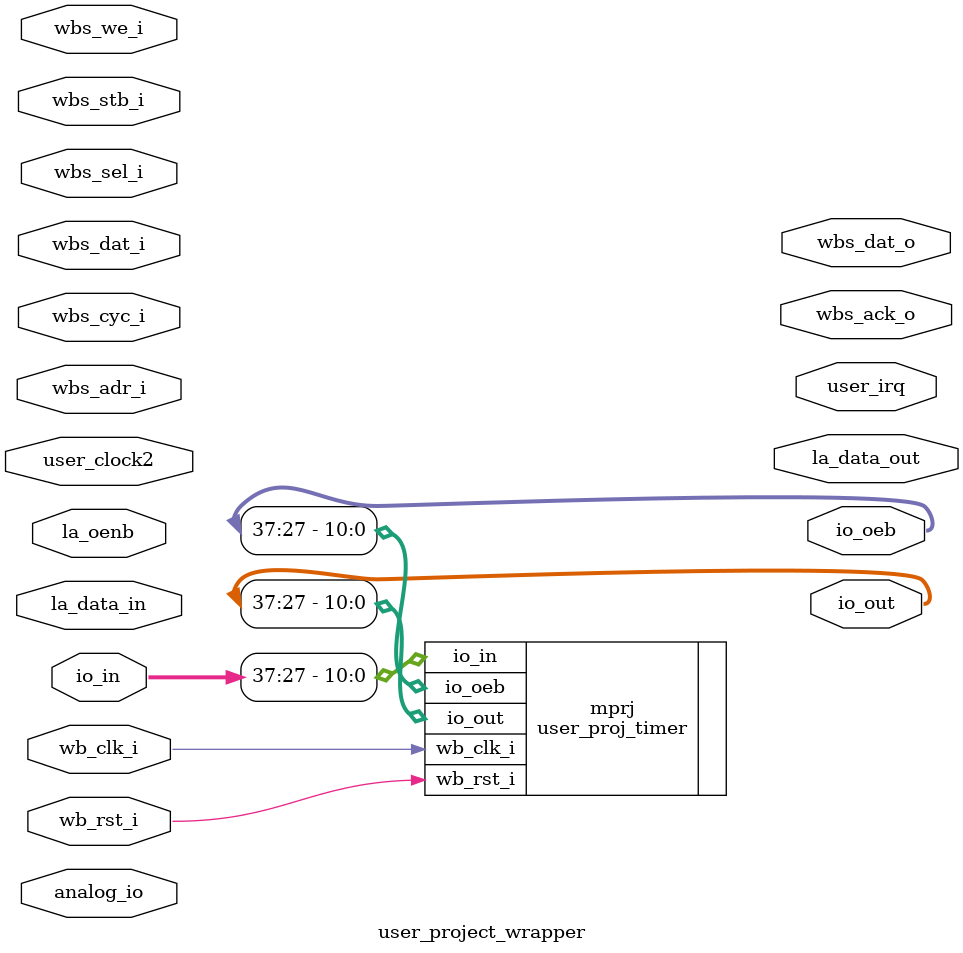
<source format=v>
module user_project_wrapper (user_clock2,
    wb_clk_i,
    wb_rst_i,
    wbs_ack_o,
    wbs_cyc_i,
    wbs_stb_i,
    wbs_we_i,
    analog_io,
    io_in,
    io_oeb,
    io_out,
    la_data_in,
    la_data_out,
    la_oenb,
    user_irq,
    wbs_adr_i,
    wbs_dat_i,
    wbs_dat_o,
    wbs_sel_i);
 input user_clock2;
 input wb_clk_i;
 input wb_rst_i;
 output wbs_ack_o;
 input wbs_cyc_i;
 input wbs_stb_i;
 input wbs_we_i;
 inout [28:0] analog_io;
 input [37:0] io_in;
 output [37:0] io_oeb;
 output [37:0] io_out;
 input [127:0] la_data_in;
 output [127:0] la_data_out;
 input [127:0] la_oenb;
 output [2:0] user_irq;
 input [31:0] wbs_adr_i;
 input [31:0] wbs_dat_i;
 output [31:0] wbs_dat_o;
 input [3:0] wbs_sel_i;


 user_proj_timer mprj (.wb_clk_i(wb_clk_i),
    .wb_rst_i(wb_rst_i),
    .io_in({io_in[37],
    io_in[36],
    io_in[35],
    io_in[34],
    io_in[33],
    io_in[32],
    io_in[31],
    io_in[30],
    io_in[29],
    io_in[28],
    io_in[27]}),
    .io_oeb({io_oeb[37],
    io_oeb[36],
    io_oeb[35],
    io_oeb[34],
    io_oeb[33],
    io_oeb[32],
    io_oeb[31],
    io_oeb[30],
    io_oeb[29],
    io_oeb[28],
    io_oeb[27]}),
    .io_out({io_out[37],
    io_out[36],
    io_out[35],
    io_out[34],
    io_out[33],
    io_out[32],
    io_out[31],
    io_out[30],
    io_out[29],
    io_out[28],
    io_out[27]}));
endmodule


</source>
